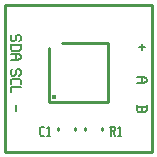
<source format=gbr>
G04 start of page 9 for group -4079 idx -4079 *
G04 Title: (unknown), topsilk *
G04 Creator: pcb 20110918 *
G04 CreationDate: Thu 27 Mar 2014 04:48:04 PM GMT UTC *
G04 For: railfan *
G04 Format: Gerber/RS-274X *
G04 PCB-Dimensions: 50000 50000 *
G04 PCB-Coordinate-Origin: lower left *
%MOIN*%
%FSLAX25Y25*%
%LNTOPSILK*%
%ADD46C,0.0080*%
%ADD45C,0.0100*%
%ADD44C,0.0001*%
G54D44*G36*
X16000Y19500D02*X17500D01*
Y18000D01*
X16000D01*
Y19500D01*
G37*
G54D45*X49500Y49500D02*X500D01*
X49500Y500D02*X500D01*
Y49500D02*Y500D01*
X49500Y49500D02*Y500D01*
G54D46*X46000Y36500D02*Y34500D01*
X45000Y35500D02*X47000D01*
X44250Y25500D02*X46800D01*
X47650Y24905D01*
Y23970D01*
X46800Y23375D01*
X44250D02*X46800D01*
X45950Y25500D02*Y23375D01*
X44250Y16000D02*Y14300D01*
X44675Y13875D01*
X45695D01*
X46120Y14300D02*X45695Y13875D01*
X46120Y15575D02*Y14300D01*
X44250Y15575D02*X47650D01*
Y16000D02*Y14300D01*
X47225Y13875D01*
X46545D02*X47225D01*
X46120Y14300D02*X46545Y13875D01*
X4000Y16000D02*Y14000D01*
X5650Y37800D02*X5225Y37375D01*
X5650Y39075D02*Y37800D01*
X5225Y39500D02*X5650Y39075D01*
X4375Y39500D02*X5225D01*
X4375D02*X3950Y39075D01*
Y37800D01*
X3525Y37375D01*
X2675D02*X3525D01*
X2250Y37800D02*X2675Y37375D01*
X2250Y39075D02*Y37800D01*
X2675Y39500D02*X2250Y39075D01*
Y35930D02*X5650D01*
Y34825D02*X5055Y34230D01*
X2845D02*X5055D01*
X2250Y34825D02*X2845Y34230D01*
X2250Y36355D02*Y34825D01*
X5650Y36355D02*Y34825D01*
X2250Y33210D02*X4800D01*
X5650Y32615D01*
Y31680D01*
X4800Y31085D01*
X2250D02*X4800D01*
X3950Y33210D02*Y31085D01*
X5650Y26300D02*X5225Y25875D01*
X5650Y27575D02*Y26300D01*
X5225Y28000D02*X5650Y27575D01*
X4375Y28000D02*X5225D01*
X4375D02*X3950Y27575D01*
Y26300D01*
X3525Y25875D01*
X2675D02*X3525D01*
X2250Y26300D02*X2675Y25875D01*
X2250Y27575D02*Y26300D01*
X2675Y28000D02*X2250Y27575D01*
Y24260D02*Y23155D01*
X2845Y24855D02*X2250Y24260D01*
X2845Y24855D02*X5055D01*
X5650Y24260D01*
Y23155D01*
X2250Y22135D02*X5650D01*
X2250D02*Y20435D01*
G54D45*X27245Y8393D02*Y7607D01*
X32755Y8393D02*Y7607D01*
X18245Y8393D02*Y7607D01*
X23755Y8393D02*Y7607D01*
X15157Y35000D02*Y17157D01*
X19500Y36843D02*X34843D01*
Y17157D01*
X15157D02*X34843D01*
G54D46*X35307Y8900D02*X36807D01*
X37182Y8525D01*
Y7775D01*
X36807Y7400D02*X37182Y7775D01*
X35682Y7400D02*X36807D01*
X35682Y8900D02*Y5900D01*
X36282Y7400D02*X37182Y5900D01*
X38082Y8300D02*X38682Y8900D01*
Y5900D01*
X38082D02*X39207D01*
X12461D02*X13436D01*
X11936Y6425D02*X12461Y5900D01*
X11936Y8375D02*Y6425D01*
Y8375D02*X12461Y8900D01*
X13436D01*
X14336Y8300D02*X14936Y8900D01*
Y5900D01*
X14336D02*X15461D01*
M02*

</source>
